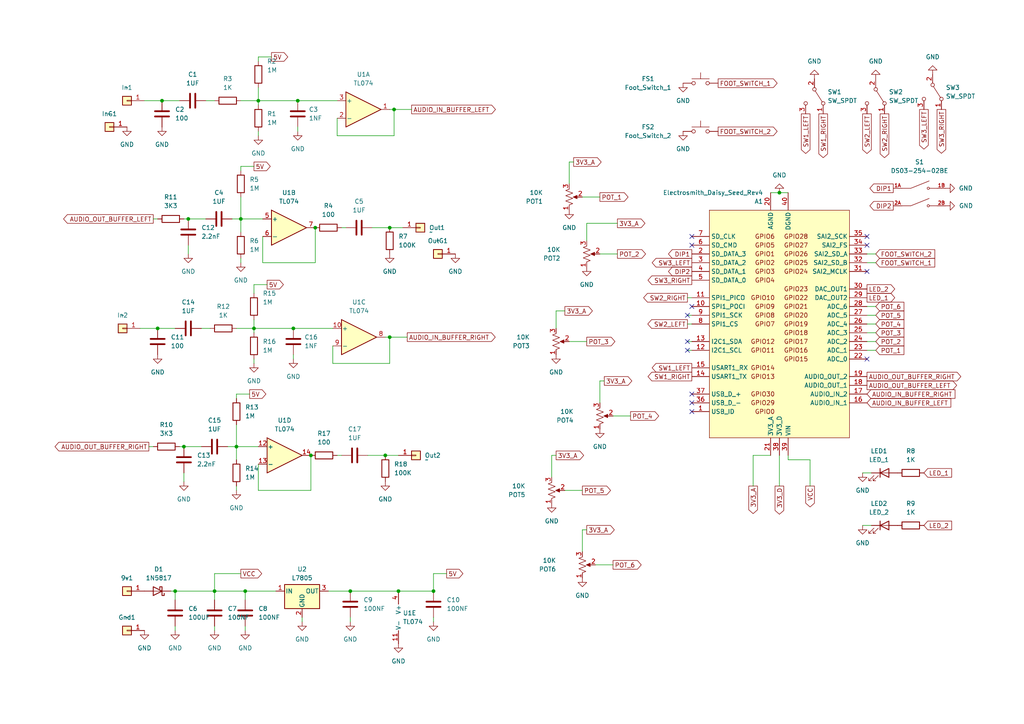
<source format=kicad_sch>
(kicad_sch (version 20230121) (generator eeschema)
  (paper "A4")
  (title_block (title "FunBox") (date "2024-04-30") (company "GuitarML") (comment 1 "9v power, buffered stereo in/out") (comment 2 "6 knobs, 3 - 3 way switches, 2 foot switches, 2 dip switches") (comment 3 "Stereo guitar pedal using the Daisy Seed."))
  (lib_symbols
    (symbol "Amplifier_Operational:TL074" (pin_names (offset 0.127))
      (property "Reference" "U" (at 0 5.08 0))
      (property "Value" "TL074" (at 0 -5.08 0))
      (symbol "TL074_1_1"
        (pin output line (at 7.62 0 180) (length 2.54) (name "~") (number "1"))
        (pin input line (at -7.62 -2.54 0) (length 2.54) (name "-") (number "2"))
        (pin input line (at -7.62 2.54 0) (length 2.54) (name "+") (number "3"))
      )
      (symbol "TL074_2_1"
        (pin input line (at -7.62 2.54 0) (length 2.54) (name "+") (number "5"))
        (pin input line (at -7.62 -2.54 0) (length 2.54) (name "-") (number "6"))
        (pin output line (at 7.62 0 180) (length 2.54) (name "~") (number "7"))
      )
      (symbol "TL074_3_1"
        (pin input line (at -7.62 2.54 0) (length 2.54) (name "+") (number "10"))
        (pin output line (at 7.62 0 180) (length 2.54) (name "~") (number "8"))
        (pin input line (at -7.62 -2.54 0) (length 2.54) (name "-") (number "9"))
      )
      (symbol "TL074_4_1"
        (pin input line (at -7.62 2.54 0) (length 2.54) (name "+") (number "12"))
        (pin input line (at -7.62 -2.54 0) (length 2.54) (name "-") (number "13"))
        (pin output line (at 7.62 0 180) (length 2.54) (name "~") (number "14"))
      )
      (symbol "TL074_5_1"
        (pin power_in line (at -2.54 -7.62 90) (length 3.81) (name "V-") (number "11"))
        (pin power_in line (at -2.54 7.62 270) (length 3.81) (name "V+") (number "4"))
      )
    )
    (symbol "Connector_Generic:Conn_01x01" (pin_names (offset 1.016) hide)
      (property "Reference" "J" (at 0 2.54 0))
      (property "Value" "Conn_01x01" (at 0 -2.54 0))
      (symbol "Conn_01x01_1_1"
        (pin passive line (at -5.08 0 0) (length 3.81) (name "Pin_1") (number "1"))
      )
    )
    (symbol "DS03-254-02BE:DS03-254-02BE" (pin_names (offset 1.016) hide)
      (property "Reference" "S" (at -2.54 5.08 0))
      (property "Value" "DS03-254-02BE" (at -2.54 -5.08 0))
      (symbol "DS03-254-02BE_0_0"
        (pin passive line (at -7.62 2.54 0) (length 2.54) (name "~") (number "1A"))
        (pin passive line (at 7.62 2.54 180) (length 2.54) (name "~") (number "1B"))
        (pin passive line (at -7.62 -2.54 0) (length 2.54) (name "~") (number "2A"))
        (pin passive line (at 7.62 -2.54 180) (length 2.54) (name "~") (number "2B"))
      )
    )
    (symbol "Device:C" (pin_numbers hide) (pin_names (offset 0.254))
      (property "Reference" "C" (at 0.635 2.54 0))
      (property "Value" "C" (at 0.635 -2.54 0))
      (symbol "C_1_1"
        (pin passive line (at 0 3.81 270) (length 2.794) (name "~") (number "1"))
        (pin passive line (at 0 -3.81 90) (length 2.794) (name "~") (number "2"))
      )
    )
    (symbol "Device:LED" (pin_numbers hide) (pin_names (offset 1.016) hide)
      (property "Reference" "D" (at 0 2.54 0))
      (property "Value" "LED" (at 0 -2.54 0))
      (symbol "LED_1_1"
        (pin passive line (at -3.81 0 0) (length 2.54) (name "K") (number "1"))
        (pin passive line (at 3.81 0 180) (length 2.54) (name "A") (number "2"))
      )
    )
    (symbol "Device:R" (pin_numbers hide) (pin_names (offset 0))
      (property "Reference" "R" (at 2.032 0 90))
      (property "Value" "R" (at 0 0 90))
      (symbol "R_1_1"
        (pin passive line (at 0 3.81 270) (length 1.27) (name "~") (number "1"))
        (pin passive line (at 0 -3.81 90) (length 1.27) (name "~") (number "2"))
      )
    )
    (symbol "Device:R_Potentiometer_US" (pin_names (offset 1.016) hide)
      (property "Reference" "RV" (at -4.445 0 90))
      (property "Value" "R_Potentiometer_US" (at -2.54 0 90))
      (symbol "R_Potentiometer_US_1_1"
        (pin passive line (at 0 3.81 270) (length 1.27) (name "1") (number "1"))
        (pin passive line (at 3.81 0 180) (length 1.27) (name "2") (number "2"))
        (pin passive line (at 0 -3.81 90) (length 1.27) (name "3") (number "3"))
      )
    )
    (symbol "Diode:1N5817" (pin_numbers hide) (pin_names (offset 1.016) hide)
      (property "Reference" "D" (at 0 2.54 0))
      (property "Value" "1N5817" (at 0 -2.54 0))
      (symbol "1N5817_1_1"
        (pin passive line (at -3.81 0 0) (length 2.54) (name "K") (number "1"))
        (pin passive line (at 3.81 0 180) (length 2.54) (name "A") (number "2"))
      )
    )
    (symbol "MCU_Module:Electrosmith_Daisy_Seed_Rev4"
      (property "Reference" "A" (at -20.32 34.29 0))
      (property "Value" "Electrosmith_Daisy_Seed_Rev4" (at 33.02 34.29 0))
      (symbol "Electrosmith_Daisy_Seed_Rev4_0_0"
        (text "GPIO0" (at 1.27 25.4 0) (effects (font (size 1.27 1.27)) (justify left)))
        (text "GPIO1" (at 1.27 -20.32 0) (effects (font (size 1.27 1.27)) (justify left)))
        (text "GPIO10" (at 1.27 -7.62 0) (effects (font (size 1.27 1.27)) (justify left)))
        (text "GPIO11" (at 1.27 7.62 0) (effects (font (size 1.27 1.27)) (justify left)))
        (text "GPIO12" (at 1.27 5.08 0) (effects (font (size 1.27 1.27)) (justify left)))
        (text "GPIO13" (at 1.27 15.24 0) (effects (font (size 1.27 1.27)) (justify left)))
        (text "GPIO14" (at 1.27 12.7 0) (effects (font (size 1.27 1.27)) (justify left)))
        (text "GPIO15" (at -1.27 10.16 0) (effects (font (size 1.27 1.27)) (justify right)))
        (text "GPIO16" (at -1.27 7.62 0) (effects (font (size 1.27 1.27)) (justify right)))
        (text "GPIO17" (at -1.27 5.08 0) (effects (font (size 1.27 1.27)) (justify right)))
        (text "GPIO18" (at -1.27 2.54 0) (effects (font (size 1.27 1.27)) (justify right)))
        (text "GPIO19" (at -1.27 0 0) (effects (font (size 1.27 1.27)) (justify right)))
        (text "GPIO2" (at 1.27 -17.78 0) (effects (font (size 1.27 1.27)) (justify left)))
        (text "GPIO20" (at -1.27 -2.54 0) (effects (font (size 1.27 1.27)) (justify right)))
        (text "GPIO21" (at -1.27 -5.08 0) (effects (font (size 1.27 1.27)) (justify right)))
        (text "GPIO22" (at -1.27 -7.62 0) (effects (font (size 1.27 1.27)) (justify right)))
        (text "GPIO23" (at -1.27 -10.16 0) (effects (font (size 1.27 1.27)) (justify right)))
        (text "GPIO24" (at -1.27 -15.24 0) (effects (font (size 1.27 1.27)) (justify right)))
        (text "GPIO25" (at -1.27 -17.78 0) (effects (font (size 1.27 1.27)) (justify right)))
        (text "GPIO26" (at -1.27 -20.32 0) (effects (font (size 1.27 1.27)) (justify right)))
        (text "GPIO27" (at -1.27 -22.86 0) (effects (font (size 1.27 1.27)) (justify right)))
        (text "GPIO28" (at -1.27 -25.4 0) (effects (font (size 1.27 1.27)) (justify right)))
        (text "GPIO29" (at 1.27 22.86 0) (effects (font (size 1.27 1.27)) (justify left)))
        (text "GPIO3" (at 1.27 -15.24 0) (effects (font (size 1.27 1.27)) (justify left)))
        (text "GPIO30" (at 1.27 20.32 0) (effects (font (size 1.27 1.27)) (justify left)))
        (text "GPIO4" (at 1.27 -12.7 0) (effects (font (size 1.27 1.27)) (justify left)))
        (text "GPIO5" (at 1.27 -22.86 0) (effects (font (size 1.27 1.27)) (justify left)))
        (text "GPIO6" (at 1.27 -25.4 0) (effects (font (size 1.27 1.27)) (justify left)))
        (text "GPIO7" (at 1.27 0 0) (effects (font (size 1.27 1.27)) (justify left)))
        (text "GPIO8" (at 1.27 -2.54 0) (effects (font (size 1.27 1.27)) (justify left)))
        (text "GPIO9" (at 1.27 -5.08 0) (effects (font (size 1.27 1.27)) (justify left)))
        (pin bidirectional line (at 25.4 25.4 180) (length 5.08) (name "USB_ID") (number "1"))
        (pin bidirectional line (at 25.4 -5.08 180) (length 5.08) (name "SPI1_POCI") (number "10"))
        (pin bidirectional line (at 25.4 -7.62 180) (length 5.08) (name "SPI1_PICO") (number "11"))
        (pin bidirectional line (at 25.4 7.62 180) (length 5.08) (name "I2C1_SCL") (number "12"))
        (pin bidirectional line (at 25.4 5.08 180) (length 5.08) (name "I2C1_SDA") (number "13"))
        (pin bidirectional line (at 25.4 15.24 180) (length 5.08) (name "USART1_TX") (number "14"))
        (pin bidirectional line (at 25.4 12.7 180) (length 5.08) (name "USART1_RX") (number "15"))
        (pin input line (at -25.4 22.86 0) (length 5.08) (name "AUDIO_IN_1") (number "16"))
        (pin input line (at -25.4 20.32 0) (length 5.08) (name "AUDIO_IN_2") (number "17"))
        (pin output line (at -25.4 17.78 0) (length 5.08) (name "AUDIO_OUT_1") (number "18"))
        (pin output line (at -25.4 15.24 0) (length 5.08) (name "AUDIO_OUT_2") (number "19"))
        (pin bidirectional line (at 25.4 -20.32 180) (length 5.08) (name "SD_DATA_3") (number "2"))
        (pin power_in line (at 2.54 -38.1 90) (length 5.08) (name "AGND") (number "20"))
        (pin power_out line (at 2.54 38.1 270) (length 5.08) (name "3V3_A") (number "21"))
        (pin bidirectional line (at -25.4 10.16 0) (length 5.08) (name "ADC_0") (number "22"))
        (pin bidirectional line (at -25.4 7.62 0) (length 5.08) (name "ADC_1") (number "23"))
        (pin bidirectional line (at -25.4 5.08 0) (length 5.08) (name "ADC_2") (number "24"))
        (pin bidirectional line (at -25.4 2.54 0) (length 5.08) (name "ADC_3") (number "25"))
        (pin bidirectional line (at -25.4 0 0) (length 5.08) (name "ADC_4") (number "26"))
        (pin bidirectional line (at -25.4 -2.54 0) (length 5.08) (name "ADC_5") (number "27"))
        (pin bidirectional line (at -25.4 -5.08 0) (length 5.08) (name "ADC_6") (number "28"))
        (pin bidirectional line (at -25.4 -7.62 0) (length 5.08) (name "DAC_OUT2") (number "29"))
        (pin bidirectional line (at 25.4 -17.78 180) (length 5.08) (name "SD_DATA_2") (number "3"))
        (pin bidirectional line (at -25.4 -10.16 0) (length 5.08) (name "DAC_OUT1") (number "30"))
        (pin bidirectional line (at -25.4 -15.24 0) (length 5.08) (name "SAI2_MCLK") (number "31"))
        (pin bidirectional line (at -25.4 -17.78 0) (length 5.08) (name "SAI2_SD_B") (number "32"))
        (pin bidirectional line (at -25.4 -20.32 0) (length 5.08) (name "SAI2_SD_A") (number "33"))
        (pin bidirectional line (at -25.4 -22.86 0) (length 5.08) (name "SAI2_FS") (number "34"))
        (pin bidirectional line (at -25.4 -25.4 0) (length 5.08) (name "SAI2_SCK") (number "35"))
        (pin bidirectional line (at 25.4 22.86 180) (length 5.08) (name "USB_D_-") (number "36"))
        (pin bidirectional line (at 25.4 20.32 180) (length 5.08) (name "USB_D_+") (number "37"))
        (pin power_out line (at 0 38.1 270) (length 5.08) (name "3V3_D") (number "38"))
        (pin power_in line (at -2.54 38.1 270) (length 5.08) (name "VIN") (number "39"))
        (pin bidirectional line (at 25.4 -15.24 180) (length 5.08) (name "SD_DATA_1") (number "4"))
        (pin power_in line (at -2.54 -38.1 90) (length 5.08) (name "DGND") (number "40"))
        (pin bidirectional line (at 25.4 -12.7 180) (length 5.08) (name "SD_DATA_0") (number "5"))
        (pin bidirectional line (at 25.4 -22.86 180) (length 5.08) (name "SD_CMD") (number "6"))
        (pin bidirectional line (at 25.4 -25.4 180) (length 5.08) (name "SD_CLK") (number "7"))
        (pin bidirectional line (at 25.4 0 180) (length 5.08) (name "SPI1_CS") (number "8"))
        (pin bidirectional line (at 25.4 -2.54 180) (length 5.08) (name "SPI1_SCK") (number "9"))
      )
    )
    (symbol "Regulator_Linear:L7805" (pin_names (offset 0.254))
      (property "Reference" "U" (at -3.81 3.175 0))
      (property "Value" "L7805" (at 0 3.175 0))
      (symbol "L7805_1_1"
        (pin power_in line (at -7.62 0 0) (length 2.54) (name "IN") (number "1"))
        (pin power_in line (at 0 -7.62 90) (length 2.54) (name "GND") (number "2"))
        (pin power_out line (at 7.62 0 180) (length 2.54) (name "OUT") (number "3"))
      )
    )
    (symbol "Switch:SW_Push" (pin_numbers hide) (pin_names (offset 1.016) hide)
      (property "Reference" "SW" (at 1.27 2.54 0))
      (property "Value" "SW_Push" (at 0 -1.524 0))
      (symbol "SW_Push_0_1"
        (pin passive line (at -5.08 0 0) (length 2.54) (name "1") (number "1"))
        (pin passive line (at 5.08 0 180) (length 2.54) (name "2") (number "2"))
      )
    )
    (symbol "Switch:SW_SPDT" (pin_names (offset 0) hide)
      (property "Reference" "SW" (at 0 4.318 0))
      (property "Value" "SW_SPDT" (at 0 -5.08 0))
      (symbol "SW_SPDT_1_1"
        (pin passive line (at 5.08 2.54 180) (length 2.54) (name "A") (number "1"))
        (pin passive line (at -5.08 0 0) (length 2.54) (name "B") (number "2"))
        (pin passive line (at 5.08 -2.54 180) (length 2.54) (name "C") (number "3"))
      )
    )
    (symbol "power:GND" (power) (pin_names (offset 0))
      (property "Value" "GND" (at 0 -3.81 0))
      (symbol "GND_1_1"
        (pin power_in line (at 0 0 270) (length 0) hide (name "GND") (number "1"))
      )
    )
  )
  (junction (at 101.6 171.45))
  (junction (at 68.58 129.54))
  (junction (at 86.36 29.21))
  (junction (at 226.06 55.88))
  (junction (at 85.09 95.25))
  (junction (at 73.66 95.25))
  (junction (at 50.8 171.45))
  (junction (at 115.57 171.45))
  (junction (at 114.3 31.75))
  (junction (at 69.85 63.5))
  (junction (at 113.03 66.04))
  (junction (at 111.76 132.08))
  (junction (at 46.99 29.21))
  (junction (at 90.17 132.08))
  (junction (at 62.23 171.45))
  (junction (at 74.93 29.21))
  (junction (at 53.34 129.54))
  (junction (at 45.72 95.25))
  (junction (at 91.44 66.04))
  (junction (at 71.12 171.45))
  (junction (at 125.73 171.45))
  (junction (at 113.03 97.79))
  (junction (at 54.61 63.5))
  (no_connect (at 200.66 119.38))
  (no_connect (at 251.46 104.14))
  (no_connect (at 251.46 78.74))
  (no_connect (at 199.39 101.6))
  (no_connect (at 251.46 71.12))
  (no_connect (at 200.66 116.84))
  (no_connect (at 199.39 99.06))
  (no_connect (at 200.66 68.58))
  (no_connect (at 200.66 114.3))
  (no_connect (at 251.46 68.58))
  (no_connect (at 200.66 71.12))
  (no_connect (at 199.39 91.44))
  (no_connect (at 200.66 88.9))
  (wire (pts (xy 85.09 95.25) (xy 96.52 95.25)))
  (wire (pts (xy 114.3 31.75) (xy 119.38 31.75)))
  (wire (pts (xy 52.07 129.54) (xy 53.34 129.54)))
  (wire (pts (xy 95.25 171.45) (xy 101.6 171.45)))
  (wire (pts (xy 111.76 132.08) (xy 115.57 132.08)))
  (wire (pts (xy 86.36 36.83) (xy 86.36 38.1)))
  (wire (pts (xy 68.58 129.54) (xy 74.93 129.54)))
  (wire (pts (xy 113.03 97.79) (xy 118.11 97.79)))
  (wire (pts (xy 69.85 63.5) (xy 76.2 63.5)))
  (wire (pts (xy 175.26 110.49) (xy 173.99 110.49)))
  (wire (pts (xy 62.23 171.45) (xy 62.23 173.99)))
  (wire (pts (xy 74.93 142.24) (xy 90.17 142.24)))
  (wire (pts (xy 50.8 171.45) (xy 62.23 171.45)))
  (wire (pts (xy 254 101.6) (xy 251.46 101.6)))
  (wire (pts (xy 62.23 171.45) (xy 71.12 171.45)))
  (wire (pts (xy 85.09 102.87) (xy 85.09 104.14)))
  (wire (pts (xy 218.44 132.08) (xy 223.52 132.08)))
  (wire (pts (xy 53.34 137.16) (xy 53.34 139.7)))
  (wire (pts (xy 101.6 171.45) (xy 115.57 171.45)))
  (wire (pts (xy 199.39 101.6) (xy 200.66 101.6)))
  (wire (pts (xy 168.91 153.67) (xy 168.91 160.02)))
  (wire (pts (xy 66.04 129.54) (xy 68.58 129.54)))
  (wire (pts (xy 69.85 74.93) (xy 69.85 76.2)))
  (wire (pts (xy 62.23 181.61) (xy 62.23 182.88)))
  (wire (pts (xy 74.93 29.21) (xy 86.36 29.21)))
  (wire (pts (xy 179.07 64.77) (xy 170.18 64.77)))
  (wire (pts (xy 101.6 179.07) (xy 101.6 180.34)))
  (wire (pts (xy 45.72 95.25) (xy 50.8 95.25)))
  (wire (pts (xy 96.52 105.41) (xy 113.03 105.41)))
  (wire (pts (xy 168.91 57.15) (xy 173.99 57.15)))
  (wire (pts (xy 228.6 132.08) (xy 228.6 133.35)))
  (wire (pts (xy 163.83 90.17) (xy 161.29 90.17)))
  (wire (pts (xy 165.1 46.99) (xy 166.37 46.99)))
  (wire (pts (xy 74.93 16.51) (xy 74.93 17.78)))
  (wire (pts (xy 218.44 140.97) (xy 218.44 132.08)))
  (wire (pts (xy 40.64 95.25) (xy 45.72 95.25)))
  (wire (pts (xy 73.66 104.14) (xy 73.66 105.41)))
  (wire (pts (xy 74.93 38.1) (xy 74.93 39.37)))
  (wire (pts (xy 73.66 82.55) (xy 77.47 82.55)))
  (wire (pts (xy 69.85 57.15) (xy 69.85 63.5)))
  (wire (pts (xy 68.58 114.3) (xy 68.58 115.57)))
  (wire (pts (xy 74.93 25.4) (xy 74.93 29.21)))
  (wire (pts (xy 76.2 76.2) (xy 91.44 76.2)))
  (wire (pts (xy 172.72 163.83) (xy 177.8 163.83)))
  (wire (pts (xy 86.36 29.21) (xy 97.79 29.21)))
  (wire (pts (xy 76.2 68.58) (xy 76.2 76.2)))
  (wire (pts (xy 58.42 95.25) (xy 60.96 95.25)))
  (wire (pts (xy 71.12 171.45) (xy 80.01 171.45)))
  (wire (pts (xy 62.23 166.37) (xy 69.85 166.37)))
  (wire (pts (xy 199.39 99.06) (xy 200.66 99.06)))
  (wire (pts (xy 68.58 123.19) (xy 68.58 129.54)))
  (wire (pts (xy 54.61 63.5) (xy 59.69 63.5)))
  (wire (pts (xy 199.39 93.98) (xy 200.66 93.98)))
  (wire (pts (xy 114.3 39.37) (xy 114.3 31.75)))
  (wire (pts (xy 170.18 153.67) (xy 168.91 153.67)))
  (wire (pts (xy 59.69 29.21) (xy 62.23 29.21)))
  (wire (pts (xy 90.17 132.08) (xy 90.17 142.24)))
  (wire (pts (xy 165.1 46.99) (xy 165.1 53.34)))
  (wire (pts (xy 46.99 29.21) (xy 52.07 29.21)))
  (wire (pts (xy 234.95 133.35) (xy 234.95 140.97)))
  (wire (pts (xy 73.66 95.25) (xy 73.66 96.52)))
  (wire (pts (xy 125.73 166.37) (xy 125.73 171.45)))
  (wire (pts (xy 228.6 133.35) (xy 234.95 133.35)))
  (wire (pts (xy 69.85 29.21) (xy 74.93 29.21)))
  (wire (pts (xy 74.93 16.51) (xy 78.74 16.51)))
  (wire (pts (xy 68.58 95.25) (xy 73.66 95.25)))
  (wire (pts (xy 113.03 31.75) (xy 114.3 31.75)))
  (wire (pts (xy 53.34 129.54) (xy 58.42 129.54)))
  (wire (pts (xy 41.91 29.21) (xy 46.99 29.21)))
  (wire (pts (xy 177.8 120.65) (xy 182.88 120.65)))
  (wire (pts (xy 97.79 132.08) (xy 99.06 132.08)))
  (wire (pts (xy 251.46 91.44) (xy 254 91.44)))
  (wire (pts (xy 97.79 34.29) (xy 97.79 39.37)))
  (wire (pts (xy 97.79 39.37) (xy 114.3 39.37)))
  (wire (pts (xy 71.12 181.61) (xy 71.12 182.88)))
  (wire (pts (xy 43.18 129.54) (xy 44.45 129.54)))
  (wire (pts (xy 161.29 90.17) (xy 161.29 95.25)))
  (wire (pts (xy 160.02 132.08) (xy 160.02 138.43)))
  (wire (pts (xy 67.31 63.5) (xy 69.85 63.5)))
  (wire (pts (xy 71.12 171.45) (xy 71.12 173.99)))
  (wire (pts (xy 73.66 82.55) (xy 73.66 85.09)))
  (wire (pts (xy 250.19 152.4) (xy 252.73 152.4)))
  (wire (pts (xy 50.8 181.61) (xy 50.8 182.88)))
  (wire (pts (xy 74.93 29.21) (xy 74.93 30.48)))
  (wire (pts (xy 161.29 132.08) (xy 160.02 132.08)))
  (wire (pts (xy 73.66 92.71) (xy 73.66 95.25)))
  (wire (pts (xy 44.45 63.5) (xy 45.72 63.5)))
  (wire (pts (xy 170.18 64.77) (xy 170.18 69.85)))
  (wire (pts (xy 199.39 86.36) (xy 200.66 86.36)))
  (wire (pts (xy 50.8 171.45) (xy 50.8 173.99)))
  (wire (pts (xy 111.76 97.79) (xy 113.03 97.79)))
  (wire (pts (xy 199.39 91.44) (xy 200.66 91.44)))
  (wire (pts (xy 106.68 132.08) (xy 111.76 132.08)))
  (wire (pts (xy 251.46 73.66) (xy 254 73.66)))
  (wire (pts (xy 54.61 71.12) (xy 54.61 73.66)))
  (wire (pts (xy 69.85 63.5) (xy 69.85 67.31)))
  (wire (pts (xy 125.73 179.07) (xy 125.73 180.34)))
  (wire (pts (xy 251.46 93.98) (xy 254 93.98)))
  (wire (pts (xy 68.58 114.3) (xy 72.39 114.3)))
  (wire (pts (xy 251.46 88.9) (xy 254 88.9)))
  (wire (pts (xy 113.03 105.41) (xy 113.03 97.79)))
  (wire (pts (xy 226.06 55.88) (xy 223.52 55.88)))
  (wire (pts (xy 87.63 179.07) (xy 87.63 180.34)))
  (wire (pts (xy 91.44 66.04) (xy 91.44 76.2)))
  (wire (pts (xy 129.54 166.37) (xy 125.73 166.37)))
  (wire (pts (xy 73.66 95.25) (xy 85.09 95.25)))
  (wire (pts (xy 250.19 137.16) (xy 252.73 137.16)))
  (wire (pts (xy 62.23 166.37) (xy 62.23 171.45)))
  (wire (pts (xy 251.46 76.2) (xy 254 76.2)))
  (wire (pts (xy 115.57 171.45) (xy 125.73 171.45)))
  (wire (pts (xy 254 96.52) (xy 251.46 96.52)))
  (wire (pts (xy 68.58 140.97) (xy 68.58 142.24)))
  (wire (pts (xy 113.03 66.04) (xy 116.84 66.04)))
  (wire (pts (xy 53.34 63.5) (xy 54.61 63.5)))
  (wire (pts (xy 173.99 110.49) (xy 173.99 116.84)))
  (wire (pts (xy 228.6 55.88) (xy 226.06 55.88)))
  (wire (pts (xy 163.83 142.24) (xy 168.91 142.24)))
  (wire (pts (xy 173.99 73.66) (xy 179.07 73.66)))
  (wire (pts (xy 99.06 66.04) (xy 100.33 66.04)))
  (wire (pts (xy 226.06 132.08) (xy 226.06 140.97)))
  (wire (pts (xy 254 99.06) (xy 251.46 99.06)))
  (wire (pts (xy 74.93 134.62) (xy 74.93 142.24)))
  (wire (pts (xy 49.53 171.45) (xy 50.8 171.45)))
  (wire (pts (xy 68.58 129.54) (xy 68.58 133.35)))
  (wire (pts (xy 107.95 66.04) (xy 113.03 66.04)))
  (wire (pts (xy 69.85 48.26) (xy 69.85 49.53)))
  (wire (pts (xy 165.1 99.06) (xy 170.18 99.06)))
  (wire (pts (xy 69.85 48.26) (xy 73.66 48.26)))
  (wire (pts (xy 96.52 100.33) (xy 96.52 105.41)))
  (global_label "FOOT_SWITCH_1" (shape input) (at 254 76.2 0) (property "Intersheetrefs" "${INTERSHEET_REFS}" (effects hide)))
  (global_label "AUDIO_IN_BUFFER_LEFT" (shape input) (at 251.46 116.84 0) (property "Intersheetrefs" "${INTERSHEET_REFS}" (effects hide)))
  (global_label "POT_1" (shape output) (at 173.99 57.15 0) (property "Intersheetrefs" "${INTERSHEET_REFS}" (effects hide)))
  (global_label "5V" (shape output) (at 72.39 114.3 0) (property "Intersheetrefs" "${INTERSHEET_REFS}" (effects hide)))
  (global_label "POT_1" (shape input) (at 254 101.6 0) (property "Intersheetrefs" "${INTERSHEET_REFS}" (effects hide)))
  (global_label "3V3_A" (shape output) (at 163.83 90.17 0) (property "Intersheetrefs" "${INTERSHEET_REFS}" (effects hide)))
  (global_label "3V3_A" (shape output) (at 161.29 132.08 0) (property "Intersheetrefs" "${INTERSHEET_REFS}" (effects hide)))
  (global_label "POT_3" (shape output) (at 170.18 99.06 0) (property "Intersheetrefs" "${INTERSHEET_REFS}" (effects hide)))
  (global_label "LED_1" (shape output) (at 251.46 86.36 0) (property "Intersheetrefs" "${INTERSHEET_REFS}" (effects hide)))
  (global_label "VCC" (shape output) (at 234.95 140.97 270) (property "Intersheetrefs" "${INTERSHEET_REFS}" (effects hide)))
  (global_label "SW2_LEFT" (shape output) (at 199.39 93.98 180) (property "Intersheetrefs" "${INTERSHEET_REFS}" (effects hide)))
  (global_label "5V" (shape output) (at 73.66 48.26 0) (property "Intersheetrefs" "${INTERSHEET_REFS}" (effects hide)))
  (global_label "SW1_RIGHT" (shape output) (at 238.76 33.02 270) (property "Intersheetrefs" "${INTERSHEET_REFS}" (effects hide)))
  (global_label "SW3_RIGHT" (shape output) (at 273.05 31.75 270) (property "Intersheetrefs" "${INTERSHEET_REFS}" (effects hide)))
  (global_label "AUDIO_OUT_BUFFER_LEFT" (shape output) (at 44.45 63.5 180) (property "Intersheetrefs" "${INTERSHEET_REFS}" (effects hide)))
  (global_label "SW2_RIGHT" (shape output) (at 199.39 86.36 180) (property "Intersheetrefs" "${INTERSHEET_REFS}" (effects hide)))
  (global_label "POT_3" (shape input) (at 254 96.52 0) (property "Intersheetrefs" "${INTERSHEET_REFS}" (effects hide)))
  (global_label "3V3_A" (shape output) (at 218.44 140.97 270) (property "Intersheetrefs" "${INTERSHEET_REFS}" (effects hide)))
  (global_label "POT_4" (shape output) (at 182.88 120.65 0) (property "Intersheetrefs" "${INTERSHEET_REFS}" (effects hide)))
  (global_label "AUDIO_OUT_BUFFER_RIGHT" (shape output) (at 43.18 129.54 180) (property "Intersheetrefs" "${INTERSHEET_REFS}" (effects hide)))
  (global_label "AUDIO_IN_BUFFER_LEFT" (shape output) (at 119.38 31.75 0) (property "Intersheetrefs" "${INTERSHEET_REFS}" (effects hide)))
  (global_label "POT_5" (shape output) (at 168.91 142.24 0) (property "Intersheetrefs" "${INTERSHEET_REFS}" (effects hide)))
  (global_label "LED_2" (shape output) (at 251.46 83.82 0) (property "Intersheetrefs" "${INTERSHEET_REFS}" (effects hide)))
  (global_label "DIP1" (shape output) (at 259.08 54.61 180) (property "Intersheetrefs" "${INTERSHEET_REFS}" (effects hide)))
  (global_label "LED_1" (shape input) (at 267.97 137.16 0) (property "Intersheetrefs" "${INTERSHEET_REFS}" (effects hide)))
  (global_label "3V3_A" (shape output) (at 166.37 46.99 0) (property "Intersheetrefs" "${INTERSHEET_REFS}" (effects hide)))
  (global_label "POT_6" (shape input) (at 254 88.9 0) (property "Intersheetrefs" "${INTERSHEET_REFS}" (effects hide)))
  (global_label "3V3_D" (shape output) (at 226.06 140.97 270) (property "Intersheetrefs" "${INTERSHEET_REFS}" (effects hide)))
  (global_label "SW2_RIGHT" (shape output) (at 256.54 33.02 270) (property "Intersheetrefs" "${INTERSHEET_REFS}" (effects hide)))
  (global_label "FOOT_SWITCH_1" (shape output) (at 208.28 24.13 0) (property "Intersheetrefs" "${INTERSHEET_REFS}" (effects hide)))
  (global_label "3V3_A" (shape output) (at 179.07 64.77 0) (property "Intersheetrefs" "${INTERSHEET_REFS}" (effects hide)))
  (global_label "SW1_LEFT" (shape output) (at 233.68 33.02 270) (property "Intersheetrefs" "${INTERSHEET_REFS}" (effects hide)))
  (global_label "AUDIO_IN_BUFFER_RIGHT" (shape output) (at 118.11 97.79 0) (property "Intersheetrefs" "${INTERSHEET_REFS}" (effects hide)))
  (global_label "LED_2" (shape input) (at 267.97 152.4 0) (property "Intersheetrefs" "${INTERSHEET_REFS}" (effects hide)))
  (global_label "SW3_LEFT" (shape output) (at 200.66 76.2 180) (property "Intersheetrefs" "${INTERSHEET_REFS}" (effects hide)))
  (global_label "3V3_A" (shape output) (at 170.18 153.67 0) (property "Intersheetrefs" "${INTERSHEET_REFS}" (effects hide)))
  (global_label "AUDIO_OUT_BUFFER_RIGHT" (shape output) (at 251.46 109.22 0) (property "Intersheetrefs" "${INTERSHEET_REFS}" (effects hide)))
  (global_label "SW1_RIGHT" (shape output) (at 200.66 109.22 180) (property "Intersheetrefs" "${INTERSHEET_REFS}" (effects hide)))
  (global_label "DIP2" (shape output) (at 259.08 59.69 180) (property "Intersheetrefs" "${INTERSHEET_REFS}" (effects hide)))
  (global_label "SW3_RIGHT" (shape output) (at 200.66 81.28 180) (property "Intersheetrefs" "${INTERSHEET_REFS}" (effects hide)))
  (global_label "SW1_LEFT" (shape output) (at 200.66 106.68 180) (property "Intersheetrefs" "${INTERSHEET_REFS}" (effects hide)))
  (global_label "DIP1" (shape output) (at 200.66 73.66 180) (property "Intersheetrefs" "${INTERSHEET_REFS}" (effects hide)))
  (global_label "VCC" (shape output) (at 69.85 166.37 0) (property "Intersheetrefs" "${INTERSHEET_REFS}" (effects hide)))
  (global_label "5V" (shape output) (at 129.54 166.37 0) (property "Intersheetrefs" "${INTERSHEET_REFS}" (effects hide)))
  (global_label "SW3_LEFT" (shape output) (at 267.97 31.75 270) (property "Intersheetrefs" "${INTERSHEET_REFS}" (effects hide)))
  (global_label "FOOT_SWITCH_2" (shape output) (at 208.28 38.1 0) (property "Intersheetrefs" "${INTERSHEET_REFS}" (effects hide)))
  (global_label "FOOT_SWITCH_2" (shape input) (at 254 73.66 0) (property "Intersheetrefs" "${INTERSHEET_REFS}" (effects hide)))
  (global_label "5V" (shape output) (at 77.47 82.55 0) (property "Intersheetrefs" "${INTERSHEET_REFS}" (effects hide)))
  (global_label "POT_2" (shape input) (at 254 99.06 0) (property "Intersheetrefs" "${INTERSHEET_REFS}" (effects hide)))
  (global_label "POT_5" (shape input) (at 254 91.44 0) (property "Intersheetrefs" "${INTERSHEET_REFS}" (effects hide)))
  (global_label "POT_6" (shape output) (at 177.8 163.83 0) (property "Intersheetrefs" "${INTERSHEET_REFS}" (effects hide)))
  (global_label "POT_2" (shape output) (at 179.07 73.66 0) (property "Intersheetrefs" "${INTERSHEET_REFS}" (effects hide)))
  (global_label "POT_4" (shape input) (at 254 93.98 0) (property "Intersheetrefs" "${INTERSHEET_REFS}" (effects hide)))
  (global_label "3V3_A" (shape output) (at 175.26 110.49 0) (property "Intersheetrefs" "${INTERSHEET_REFS}" (effects hide)))
  (global_label "DIP2" (shape output) (at 200.66 78.74 180) (property "Intersheetrefs" "${INTERSHEET_REFS}" (effects hide)))
  (global_label "AUDIO_OUT_BUFFER_LEFT" (shape output) (at 251.46 111.76 0) (property "Intersheetrefs" "${INTERSHEET_REFS}" (effects hide)))
  (global_label "5V" (shape output) (at 78.74 16.51 0) (property "Intersheetrefs" "${INTERSHEET_REFS}" (effects hide)))
  (global_label "AUDIO_IN_BUFFER_RIGHT" (shape input) (at 251.46 114.3 0) (property "Intersheetrefs" "${INTERSHEET_REFS}" (effects hide)))
  (global_label "SW2_LEFT" (shape output) (at 251.46 33.02 270) (property "Intersheetrefs" "${INTERSHEET_REFS}" (effects hide)))
  (symbol (lib_id "Regulator_Linear:L7805") (at 87.63 171.45 0) (unit 1)
    (property "Reference" "U2" (at 87.63 165.1 0))
    (property "Value" "L7805" (at 87.63 167.64 0))
    (property "Footprint" "Package_TO_SOT_THT:TO-220-3_Vertical" (effects hide))
    (property "Datasheet" "http://www.st.com/content/ccc/resource/technical/document/datasheet/41/4f/b3/b0/12/d4/47/88/CD00000444.pdf/files/CD00000444.pdf/jcr:content/translations/en.CD00000444.pdf" (effects hide))
  )
  (symbol (lib_id "power:GND") (at 165.1 60.96 0) (mirror y) (unit 1)
    (property "Reference" "#PWR022" (effects hide))
    (property "Value" "GND" (at 165.1 66.04 0))
  )
  (symbol (lib_id "Device:R") (at 68.58 119.38 0) (unit 1)
    (property "Reference" "R13" (at 71.12 118.1099 0) (effects (justify left)))
    (property "Value" "1M" (at 71.12 120.6499 0) (effects (justify left)))
    (property "Footprint" "Resistor_THT:R_Axial_DIN0207_L6.3mm_D2.5mm_P7.62mm_Horizontal" (effects hide))
  )
  (symbol (lib_id "Device:R") (at 68.58 137.16 0) (unit 1)
    (property "Reference" "R14" (at 71.12 135.8899 0) (effects (justify left)))
    (property "Value" "1M" (at 71.12 138.4299 0) (effects (justify left)))
    (property "Footprint" "Resistor_THT:R_Axial_DIN0207_L6.3mm_D2.5mm_P7.62mm_Horizontal" (effects hide))
  )
  (symbol (lib_id "Amplifier_Operational:TL074") (at 82.55 132.08 0) (unit 4)
    (property "Reference" "U1" (at 82.55 121.92 0))
    (property "Value" "TL074" (at 82.55 124.46 0))
    (property "Footprint" "Package_DIP:DIP-14_W7.62mm" (effects hide))
    (property "Datasheet" "http://www.ti.com/lit/ds/symlink/tl071.pdf" (effects hide))
  )
  (symbol (lib_id "power:GND") (at 198.12 38.1 0) (unit 1)
    (property "Reference" "#PWR036" (effects hide))
    (property "Value" "GND" (at 198.12 43.18 0))
  )
  (symbol (lib_id "power:GND") (at 173.99 124.46 0) (mirror y) (unit 1)
    (property "Reference" "#PWR028" (effects hide))
    (property "Value" "GND" (at 173.99 129.54 0))
  )
  (symbol (lib_id "Connector_Generic:Conn_01x01") (at 36.83 29.21 180) (unit 1)
    (property "Reference" "In1" (at 36.83 25.4 0))
    (property "Value" "~" (at 36.83 25.4 0))
    (property "Footprint" "TestPoint:TestPoint_THTPad_D2.0mm_Drill1.0mm" (effects hide))
  )
  (symbol (lib_id "Device:R") (at 48.26 129.54 90) (unit 1)
    (property "Reference" "R10" (at 48.26 123.19 90))
    (property "Value" "3K3" (at 48.26 125.73 90))
    (property "Footprint" "Resistor_THT:R_Axial_DIN0207_L6.3mm_D2.5mm_P7.62mm_Horizontal" (effects hide))
  )
  (symbol (lib_id "power:GND") (at 250.19 152.4 0) (unit 1)
    (property "Reference" "#PWR034" (effects hide))
    (property "Value" "GND" (at 250.19 157.48 0))
  )
  (symbol (lib_id "Connector_Generic:Conn_01x01") (at 127 73.66 180) (unit 1)
    (property "Reference" "OutG1" (at 127 69.85 0))
    (property "Value" "~" (at 127 69.85 0))
    (property "Footprint" "TestPoint:TestPoint_THTPad_D2.0mm_Drill1.0mm" (effects hide))
  )
  (symbol (lib_id "power:GND") (at 198.12 24.13 0) (unit 1)
    (property "Reference" "#PWR035" (effects hide))
    (property "Value" "GND" (at 198.12 29.21 0))
  )
  (symbol (lib_id "Device:C") (at 71.12 177.8 180) (unit 1)
    (property "Reference" "C8" (at 74.93 176.53 0) (effects (justify right)))
    (property "Value" "100NF" (at 74.93 179.07 0) (effects (justify right)))
    (property "Footprint" "Capacitor_THT:C_Rect_L7.0mm_W2.5mm_P5.00mm" (effects hide))
  )
  (symbol (lib_id "power:GND") (at 254 22.86 0) (mirror x) (unit 1)
    (property "Reference" "#PWR02" (effects hide))
    (property "Value" "GND" (at 254 17.78 0))
  )
  (symbol (lib_id "Diode:1N5817") (at 45.72 171.45 180) (unit 1)
    (property "Reference" "D1" (at 46.0375 165.1 0))
    (property "Value" "1N5817" (at 46.0375 167.64 0))
    (property "Footprint" "Diode_THT:D_DO-41_SOD81_P7.62mm_Horizontal" (effects hide))
    (property "Datasheet" "http://www.vishay.com/docs/88525/1n5817.pdf" (effects hide))
  )
  (symbol (lib_id "power:GND") (at 87.63 180.34 0) (unit 1)
    (property "Reference" "#PWR017" (effects hide))
    (property "Value" "GND" (at 87.63 185.42 0))
  )
  (symbol (lib_id "Device:R") (at 93.98 132.08 90) (unit 1)
    (property "Reference" "R17" (at 93.98 125.73 90))
    (property "Value" "100" (at 93.98 128.27 90))
    (property "Footprint" "Resistor_THT:R_Axial_DIN0207_L6.3mm_D2.5mm_P7.62mm_Horizontal" (effects hide))
  )
  (symbol (lib_id "Device:C") (at 104.14 66.04 270) (unit 1)
    (property "Reference" "C5" (at 104.14 58.42 90))
    (property "Value" "1UF" (at 104.14 60.96 90))
    (property "Footprint" "Capacitor_THT:C_Rect_L7.0mm_W6.0mm_P5.00mm" (effects hide))
  )
  (symbol (lib_id "power:GND") (at 170.18 77.47 0) (mirror y) (unit 1)
    (property "Reference" "#PWR024" (effects hide))
    (property "Value" "GND" (at 170.18 82.55 0))
  )
  (symbol (lib_id "power:GND") (at 69.85 76.2 0) (unit 1)
    (property "Reference" "#PWR08" (effects hide))
    (property "Value" "GND" (at 69.85 81.28 0))
  )
  (symbol (lib_id "power:GND") (at 115.57 186.69 0) (unit 1)
    (property "Reference" "#PWR020" (effects hide))
    (property "Value" "GND" (at 115.57 191.77 0))
  )
  (symbol (lib_id "Device:R") (at 69.85 71.12 0) (unit 1)
    (property "Reference" "R6" (at 72.39 69.8499 0) (effects (justify left)))
    (property "Value" "1M" (at 72.39 72.3899 0) (effects (justify left)))
    (property "Footprint" "Resistor_THT:R_Axial_DIN0207_L6.3mm_D2.5mm_P7.62mm_Horizontal" (effects hide))
  )
  (symbol (lib_id "Connector_Generic:Conn_01x01") (at 31.75 36.83 180) (unit 1)
    (property "Reference" "InG1" (at 31.75 33.02 0))
    (property "Value" "~" (at 31.75 33.02 0))
    (property "Footprint" "TestPoint:TestPoint_THTPad_D2.0mm_Drill1.0mm" (effects hide))
  )
  (symbol (lib_id "power:GND") (at 54.61 73.66 0) (unit 1)
    (property "Reference" "#PWR09" (effects hide))
    (property "Value" "GND" (at 54.61 78.74 0))
  )
  (symbol (lib_id "Device:R") (at 74.93 34.29 0) (unit 1)
    (property "Reference" "R1" (at 77.47 33.0199 0) (effects (justify left)))
    (property "Value" "1M" (at 77.47 35.5599 0) (effects (justify left)))
    (property "Footprint" "Resistor_THT:R_Axial_DIN0207_L6.3mm_D2.5mm_P7.62mm_Horizontal" (effects hide))
  )
  (symbol (lib_id "power:GND") (at 68.58 142.24 0) (unit 1)
    (property "Reference" "#PWR027" (effects hide))
    (property "Value" "GND" (at 68.58 147.32 0))
  )
  (symbol (lib_id "Device:C") (at 85.09 99.06 180) (unit 1)
    (property "Reference" "C16" (at 88.2984 97.79 0) (effects (justify right)))
    (property "Value" "1NF" (at 88.2984 100.33 0) (effects (justify right)))
    (property "Footprint" "Capacitor_THT:C_Rect_L7.0mm_W2.5mm_P5.00mm" (effects hide))
  )
  (symbol (lib_id "Switch:SW_Push") (at 203.2 38.1 0) (unit 1)
    (property "Reference" "FS2" (at 187.96 36.83 0))
    (property "Value" "Foot_Switch_2" (at 187.96 39.37 0))
    (property "Footprint" "Connector_PinHeader_2.54mm:PinHeader_1x02_P2.54mm_Vertical" (effects hide))
  )
  (symbol (lib_id "Switch:SW_SPDT") (at 270.51 26.67 270) (unit 1)
    (property "Reference" "SW3" (at 274.32 25.4 90) (effects (justify left)))
    (property "Value" "SW_SPDT" (at 274.32 27.94 90) (effects (justify left)))
    (property "Footprint" "Button_Switch_THT:SW_Toggle_SPDT_lugs" (effects hide))
  )
  (symbol (lib_id "power:GND") (at 36.83 36.83 0) (mirror y) (unit 1)
    (property "Reference" "#PWR011" (effects hide))
    (property "Value" "GND" (at 36.83 41.91 0))
  )
  (symbol (lib_id "Connector_Generic:Conn_01x01") (at 121.92 66.04 0) (unit 1)
    (property "Reference" "Out1" (at 124.46 66.04 0) (effects (justify left)))
    (property "Value" "~" (at 124.46 67.31 0) (effects (justify left)))
    (property "Footprint" "TestPoint:TestPoint_THTPad_D2.0mm_Drill1.0mm" (effects hide))
  )
  (symbol (lib_id "Device:R") (at 111.76 135.89 180) (unit 1)
    (property "Reference" "R18" (at 114.3 134.62 0) (effects (justify right)))
    (property "Value" "100K" (at 114.3 137.16 0) (effects (justify right)))
    (property "Footprint" "Resistor_THT:R_Axial_DIN0207_L6.3mm_D2.5mm_P7.62mm_Horizontal" (effects hide))
  )
  (symbol (lib_id "power:GND") (at 125.73 180.34 0) (unit 1)
    (property "Reference" "#PWR019" (effects hide))
    (property "Value" "GND" (at 125.73 185.42 0))
  )
  (symbol (lib_id "MCU_Module:Electrosmith_Daisy_Seed_Rev4") (at 226.06 93.98 180) (unit 1)
    (property "Reference" "A1" (at 221.3259 58.42 0) (effects (justify left)))
    (property "Value" "Electrosmith_Daisy_Seed_Rev4" (at 221.3259 55.88 0) (effects (justify left)))
    (property "Footprint" "Module:Electrosmith_Daisy_Seed" (effects hide))
    (property "Datasheet" "https://static1.squarespace.com/static/58d03fdc1b10e3bf442567b8/t/6227e6236f02fb68d1577146/1646781988478/Daisy_Seed_datasheet_v1.0.3.pdf" (effects hide))
  )
  (symbol (lib_id "Device:C") (at 102.87 132.08 270) (unit 1)
    (property "Reference" "C17" (at 102.87 124.46 90))
    (property "Value" "1UF" (at 102.87 127 90))
    (property "Footprint" "Capacitor_THT:C_Rect_L7.0mm_W6.0mm_P5.00mm" (effects hide))
  )
  (symbol (lib_id "Device:R") (at 49.53 63.5 90) (unit 1)
    (property "Reference" "R11" (at 49.53 57.15 90))
    (property "Value" "3K3" (at 49.53 59.69 90))
    (property "Footprint" "Resistor_THT:R_Axial_DIN0207_L6.3mm_D2.5mm_P7.62mm_Horizontal" (effects hide))
  )
  (symbol (lib_id "Device:C") (at 101.6 175.26 180) (unit 1)
    (property "Reference" "C9" (at 105.41 173.99 0) (effects (justify right)))
    (property "Value" "100NF" (at 105.41 176.53 0) (effects (justify right)))
    (property "Footprint" "Capacitor_THT:C_Rect_L7.0mm_W2.5mm_P5.00mm" (effects hide))
  )
  (symbol (lib_id "power:GND") (at 161.29 102.87 0) (mirror y) (unit 1)
    (property "Reference" "#PWR026" (effects hide))
    (property "Value" "GND" (at 161.29 107.95 0))
  )
  (symbol (lib_id "power:GND") (at 53.34 139.7 0) (unit 1)
    (property "Reference" "#PWR025" (effects hide))
    (property "Value" "GND" (at 53.34 144.78 0))
  )
  (symbol (lib_id "Device:R") (at 66.04 29.21 90) (unit 1)
    (property "Reference" "R3" (at 66.04 22.86 90))
    (property "Value" "1K" (at 66.04 25.4 90))
    (property "Footprint" "Resistor_THT:R_Axial_DIN0207_L6.3mm_D2.5mm_P7.62mm_Horizontal" (effects hide))
  )
  (symbol (lib_id "Device:C") (at 62.23 177.8 180) (unit 1)
    (property "Reference" "C7" (at 66.04 176.53 0) (effects (justify right)))
    (property "Value" "100NF" (at 66.04 179.07 0) (effects (justify right)))
    (property "Footprint" "Capacitor_THT:C_Rect_L7.0mm_W2.5mm_P5.00mm" (effects hide))
  )
  (symbol (lib_id "Device:R") (at 74.93 21.59 0) (unit 1)
    (property "Reference" "R2" (at 77.47 17.78 0) (effects (justify left)))
    (property "Value" "1M" (at 77.47 20.32 0) (effects (justify left)))
    (property "Footprint" "Resistor_THT:R_Axial_DIN0207_L6.3mm_D2.5mm_P7.62mm_Horizontal" (effects hide))
  )
  (symbol (lib_id "Device:C") (at 55.88 29.21 90) (unit 1)
    (property "Reference" "C1" (at 55.88 21.59 90))
    (property "Value" "1UF" (at 55.88 24.13 90))
    (property "Footprint" "Capacitor_THT:C_Rect_L7.0mm_W6.0mm_P5.00mm" (effects hide))
  )
  (symbol (lib_id "power:GND") (at 41.91 182.88 0) (mirror y) (unit 1)
    (property "Reference" "#PWR013" (effects hide))
    (property "Value" "GND" (at 41.91 187.96 0))
  )
  (symbol (lib_id "Device:R") (at 73.66 100.33 0) (unit 1)
    (property "Reference" "R16" (at 76.2 99.0599 0) (effects (justify left)))
    (property "Value" "1M" (at 76.2 101.5999 0) (effects (justify left)))
    (property "Footprint" "Resistor_THT:R_Axial_DIN0207_L6.3mm_D2.5mm_P7.62mm_Horizontal" (effects hide))
  )
  (symbol (lib_id "Connector_Generic:Conn_01x01") (at 35.56 95.25 180) (unit 1)
    (property "Reference" "In2" (at 35.56 91.44 0))
    (property "Value" "~" (at 35.56 91.44 0))
    (property "Footprint" "TestPoint:TestPoint_THTPad_D2.0mm_Drill1.0mm" (effects hide))
  )
  (symbol (lib_id "power:GND") (at 226.06 55.88 180) (unit 1)
    (property "Reference" "#PWR03" (effects hide))
    (property "Value" "GND" (at 226.06 50.8 0))
  )
  (symbol (lib_id "Device:C") (at 63.5 63.5 90) (unit 1)
    (property "Reference" "C4" (at 63.5 55.88 90))
    (property "Value" "1UF" (at 63.5 58.42 90))
    (property "Footprint" "Capacitor_THT:C_Rect_L7.0mm_W6.0mm_P5.00mm" (effects hide))
  )
  (symbol (lib_id "power:GND") (at 74.93 39.37 0) (unit 1)
    (property "Reference" "#PWR05" (effects hide))
    (property "Value" "GND" (at 74.93 44.45 0))
  )
  (symbol (lib_id "Device:C") (at 46.99 33.02 0) (unit 1)
    (property "Reference" "C2" (at 50.8 31.75 0) (effects (justify left)))
    (property "Value" "100" (at 50.8 34.29 0) (effects (justify left)))
    (property "Footprint" "Capacitor_THT:C_Rect_L7.0mm_W2.5mm_P5.00mm" (effects hide))
  )
  (symbol (lib_id "Device:C") (at 45.72 99.06 0) (unit 1)
    (property "Reference" "C11" (at 49.53 97.79 0) (effects (justify left)))
    (property "Value" "100" (at 49.53 100.33 0) (effects (justify left)))
    (property "Footprint" "Capacitor_THT:C_Rect_L7.0mm_W2.5mm_P5.00mm" (effects hide))
  )
  (symbol (lib_id "Device:R") (at 73.66 88.9 0) (unit 1)
    (property "Reference" "R15" (at 76.2 85.09 0) (effects (justify left)))
    (property "Value" "1M" (at 76.2 87.63 0) (effects (justify left)))
    (property "Footprint" "Resistor_THT:R_Axial_DIN0207_L6.3mm_D2.5mm_P7.62mm_Horizontal" (effects hide))
  )
  (symbol (lib_id "Device:LED") (at 256.54 137.16 0) (unit 1)
    (property "Reference" "LED1" (at 254.9525 130.81 0))
    (property "Value" "LED_1" (at 254.9525 133.35 0))
    (property "Footprint" "Connector_PinHeader_2.54mm:PinHeader_1x02_P2.54mm_Vertical" (effects hide))
  )
  (symbol (lib_id "Device:R") (at 113.03 69.85 180) (unit 1)
    (property "Reference" "R7" (at 115.57 68.58 0) (effects (justify right)))
    (property "Value" "100K" (at 115.57 71.12 0) (effects (justify right)))
    (property "Footprint" "Resistor_THT:R_Axial_DIN0207_L6.3mm_D2.5mm_P7.62mm_Horizontal" (effects hide))
  )
  (symbol (lib_id "power:GND") (at 62.23 182.88 0) (unit 1)
    (property "Reference" "#PWR015" (effects hide))
    (property "Value" "GND" (at 62.23 187.96 0))
  )
  (symbol (lib_id "Device:C") (at 125.73 175.26 180) (unit 1)
    (property "Reference" "C10" (at 129.54 173.99 0) (effects (justify right)))
    (property "Value" "100NF" (at 129.54 176.53 0) (effects (justify right)))
    (property "Footprint" "Capacitor_THT:C_Rect_L7.0mm_W2.5mm_P5.00mm" (effects hide))
  )
  (symbol (lib_id "Device:C") (at 62.23 129.54 90) (unit 1)
    (property "Reference" "C15" (at 62.23 121.92 90))
    (property "Value" "1UF" (at 62.23 124.46 90))
    (property "Footprint" "Capacitor_THT:C_Rect_L7.0mm_W6.0mm_P5.00mm" (effects hide))
  )
  (symbol (lib_id "Device:R") (at 69.85 53.34 0) (unit 1)
    (property "Reference" "R5" (at 72.39 52.0699 0) (effects (justify left)))
    (property "Value" "1M" (at 72.39 54.6099 0) (effects (justify left)))
    (property "Footprint" "Resistor_THT:R_Axial_DIN0207_L6.3mm_D2.5mm_P7.62mm_Horizontal" (effects hide))
  )
  (symbol (lib_id "Device:C") (at 54.61 67.31 0) (unit 1)
    (property "Reference" "C12" (at 58.42 66.04 0) (effects (justify left)))
    (property "Value" "2.2nF" (at 58.42 68.58 0) (effects (justify left)))
    (property "Footprint" "Capacitor_THT:C_Rect_L7.0mm_W2.5mm_P5.00mm" (effects hide))
  )
  (symbol (lib_id "power:GND") (at 168.91 167.64 0) (mirror y) (unit 1)
    (property "Reference" "#PWR032" (effects hide))
    (property "Value" "GND" (at 168.91 172.72 0))
  )
  (symbol (lib_id "Device:C") (at 53.34 133.35 0) (unit 1)
    (property "Reference" "C13" (at 57.15 132.08 0) (effects (justify left)))
    (property "Value" "2.2nF" (at 57.15 134.62 0) (effects (justify left)))
    (property "Footprint" "Capacitor_THT:C_Rect_L7.0mm_W2.5mm_P5.00mm" (effects hide))
  )
  (symbol (lib_id "power:GND") (at 113.03 73.66 0) (unit 1)
    (property "Reference" "#PWR010" (effects hide))
    (property "Value" "GND" (at 113.03 78.74 0))
  )
  (symbol (lib_id "power:GND") (at 274.32 59.69 90) (mirror x) (unit 1)
    (property "Reference" "#PWR038" (effects hide))
    (property "Value" "GND" (at 278.13 59.69 90) (effects (justify right)))
  )
  (symbol (lib_id "Device:C") (at 54.61 95.25 90) (unit 1)
    (property "Reference" "C14" (at 54.61 87.63 90))
    (property "Value" "1UF" (at 54.61 90.17 90))
    (property "Footprint" "Capacitor_THT:C_Rect_L7.0mm_W6.0mm_P5.00mm" (effects hide))
  )
  (symbol (lib_id "power:GND") (at 86.36 38.1 0) (unit 1)
    (property "Reference" "#PWR07" (effects hide))
    (property "Value" "GND" (at 86.36 43.18 0))
  )
  (symbol (lib_id "power:GND") (at 71.12 182.88 0) (unit 1)
    (property "Reference" "#PWR016" (effects hide))
    (property "Value" "GND" (at 71.12 187.96 0))
  )
  (symbol (lib_id "Device:R_Potentiometer_US") (at 160.02 142.24 0) (mirror x) (unit 1)
    (property "Reference" "POT5" (at 152.4 143.51 0) (effects (justify right)))
    (property "Value" "10K" (at 152.4 140.97 0) (effects (justify right)))
    (property "Footprint" "Potentiometer_THT:Pot_RightAngle_LongPin_16mm" (effects hide))
  )
  (symbol (lib_id "power:GND") (at 274.32 54.61 90) (mirror x) (unit 1)
    (property "Reference" "#PWR021" (effects hide))
    (property "Value" "GND" (at 278.0736 54.61 90) (effects (justify right)))
  )
  (symbol (lib_id "Amplifier_Operational:TL074") (at 83.82 66.04 0) (unit 2)
    (property "Reference" "U1" (at 83.82 55.88 0))
    (property "Value" "TL074" (at 83.82 58.42 0))
    (property "Footprint" "Package_DIP:DIP-14_W7.62mm" (effects hide))
    (property "Datasheet" "http://www.ti.com/lit/ds/symlink/tl071.pdf" (effects hide))
  )
  (symbol (lib_id "power:GND") (at 45.72 102.87 0) (unit 1)
    (property "Reference" "#PWR023" (effects hide))
    (property "Value" "GND" (at 45.72 107.95 0))
  )
  (symbol (lib_id "Device:R_Potentiometer_US") (at 161.29 99.06 0) (mirror x) (unit 1)
    (property "Reference" "POT3" (at 153.67 100.33 0) (effects (justify right)))
    (property "Value" "10K" (at 153.67 97.79 0) (effects (justify right)))
    (property "Footprint" "Potentiometer_THT:Pot_RightAngle_LongPin_16mm" (effects hide))
  )
  (symbol (lib_id "Switch:SW_SPDT") (at 254 27.94 270) (unit 1)
    (property "Reference" "SW2" (at 257.81 26.67 90) (effects (justify left)))
    (property "Value" "SW_SPDT" (at 257.81 29.21 90) (effects (justify left)))
    (property "Footprint" "Button_Switch_THT:SW_Toggle_SPDT_lugs" (effects hide))
  )
  (symbol (lib_id "power:GND") (at 46.99 36.83 0) (unit 1)
    (property "Reference" "#PWR06" (effects hide))
    (property "Value" "GND" (at 46.99 41.91 0))
  )
  (symbol (lib_id "Device:R_Potentiometer_US") (at 170.18 73.66 0) (mirror x) (unit 1)
    (property "Reference" "POT2" (at 162.56 74.93 0) (effects (justify right)))
    (property "Value" "10K" (at 162.56 72.39 0) (effects (justify right)))
    (property "Footprint" "Potentiometer_THT:Pot_RightAngle_LongPin_16mm" (effects hide))
  )
  (symbol (lib_id "power:GND") (at 270.51 21.59 0) (mirror x) (unit 1)
    (property "Reference" "#PWR04" (effects hide))
    (property "Value" "GND" (at 270.51 16.51 0))
  )
  (symbol (lib_id "Connector_Generic:Conn_01x01") (at 36.83 171.45 180) (unit 1)
    (property "Reference" "9v1" (at 36.83 167.64 0))
    (property "Value" "~" (at 36.83 167.64 0))
    (property "Footprint" "TestPoint:TestPoint_THTPad_D2.0mm_Drill1.0mm" (effects hide))
  )
  (symbol (lib_id "power:GND") (at 132.08 73.66 0) (mirror y) (unit 1)
    (property "Reference" "#PWR012" (effects hide))
    (property "Value" "GND" (at 132.08 78.74 0))
  )
  (symbol (lib_id "Device:R") (at 95.25 66.04 90) (unit 1)
    (property "Reference" "R4" (at 95.25 59.69 90))
    (property "Value" "100" (at 95.25 62.23 90))
    (property "Footprint" "Resistor_THT:R_Axial_DIN0207_L6.3mm_D2.5mm_P7.62mm_Horizontal" (effects hide))
  )
  (symbol (lib_id "power:GND") (at 50.8 182.88 0) (unit 1)
    (property "Reference" "#PWR014" (effects hide))
    (property "Value" "GND" (at 50.8 187.96 0))
  )
  (symbol (lib_id "Device:R_Potentiometer_US") (at 173.99 120.65 0) (mirror x) (unit 1)
    (property "Reference" "POT4" (at 166.37 121.92 0) (effects (justify right)))
    (property "Value" "10K" (at 166.37 119.38 0) (effects (justify right)))
    (property "Footprint" "Potentiometer_THT:Pot_RightAngle_LongPin_16mm" (effects hide))
  )
  (symbol (lib_id "Device:R_Potentiometer_US") (at 165.1 57.15 0) (mirror x) (unit 1)
    (property "Reference" "POT1" (at 157.48 58.42 0) (effects (justify right)))
    (property "Value" "10K" (at 157.48 55.88 0) (effects (justify right)))
    (property "Footprint" "Potentiometer_THT:Pot_RightAngle_LongPin_16mm" (effects hide))
  )
  (symbol (lib_id "power:GND") (at 111.76 139.7 0) (unit 1)
    (property "Reference" "#PWR037" (effects hide))
    (property "Value" "GND" (at 111.76 144.78 0))
  )
  (symbol (lib_id "Device:R") (at 264.16 152.4 90) (unit 1)
    (property "Reference" "R9" (at 264.16 146.05 90))
    (property "Value" "1K" (at 264.16 148.59 90))
    (property "Footprint" "Resistor_THT:R_Axial_DIN0207_L6.3mm_D2.5mm_P7.62mm_Horizontal" (effects hide))
  )
  (symbol (lib_id "power:GND") (at 250.19 137.16 0) (unit 1)
    (property "Reference" "#PWR033" (effects hide))
    (property "Value" "GND" (at 250.19 142.24 0))
  )
  (symbol (lib_id "Device:R") (at 64.77 95.25 90) (unit 1)
    (property "Reference" "R12" (at 64.77 88.9 90))
    (property "Value" "1K" (at 64.77 91.44 90))
    (property "Footprint" "Resistor_THT:R_Axial_DIN0207_L6.3mm_D2.5mm_P7.62mm_Horizontal" (effects hide))
  )
  (symbol (lib_id "Switch:SW_Push") (at 203.2 24.13 0) (unit 1)
    (property "Reference" "FS1" (at 187.96 22.86 0))
    (property "Value" "Foot_Switch_1" (at 187.96 25.4 0))
    (property "Footprint" "Connector_PinHeader_2.54mm:PinHeader_1x02_P2.54mm_Vertical" (effects hide))
  )
  (symbol (lib_id "Amplifier_Operational:TL074") (at 118.11 179.07 0) (unit 5)
    (property "Reference" "U1" (at 116.84 177.8 0) (effects (justify left)))
    (property "Value" "TL074" (at 116.84 180.34 0) (effects (justify left)))
    (property "Footprint" "Package_DIP:DIP-14_W7.62mm" (effects hide))
    (property "Datasheet" "http://www.ti.com/lit/ds/symlink/tl071.pdf" (effects hide))
  )
  (symbol (lib_id "power:GND") (at 73.66 105.41 0) (unit 1)
    (property "Reference" "#PWR029" (effects hide))
    (property "Value" "GND" (at 73.66 110.49 0))
  )
  (symbol (lib_id "Amplifier_Operational:TL074") (at 104.14 97.79 0) (unit 3)
    (property "Reference" "U1" (at 104.14 87.63 0))
    (property "Value" "TL074" (at 104.14 90.17 0))
    (property "Footprint" "Package_DIP:DIP-14_W7.62mm" (effects hide))
    (property "Datasheet" "http://www.ti.com/lit/ds/symlink/tl071.pdf" (effects hide))
  )
  (symbol (lib_id "Device:R") (at 264.16 137.16 90) (unit 1)
    (property "Reference" "R8" (at 264.16 130.81 90))
    (property "Value" "1K" (at 264.16 133.35 90))
    (property "Footprint" "Resistor_THT:R_Axial_DIN0207_L6.3mm_D2.5mm_P7.62mm_Horizontal" (effects hide))
  )
  (symbol (lib_id "power:GND") (at 101.6 180.34 0) (unit 1)
    (property "Reference" "#PWR018" (effects hide))
    (property "Value" "GND" (at 101.6 185.42 0))
  )
  (symbol (lib_id "Device:C") (at 50.8 177.8 180) (unit 1)
    (property "Reference" "C6" (at 54.61 176.53 0) (effects (justify right)))
    (property "Value" "100UF" (at 54.61 179.07 0) (effects (justify right)))
    (property "Footprint" "Capacitor_THT:CP_Radial_D8.0mm_P3.50mm" (effects hide))
  )
  (symbol (lib_id "Device:LED") (at 256.54 152.4 0) (unit 1)
    (property "Reference" "LED2" (at 254.9525 146.05 0))
    (property "Value" "LED_2" (at 254.9525 148.59 0))
    (property "Footprint" "Connector_PinHeader_2.54mm:PinHeader_1x02_P2.54mm_Vertical" (effects hide))
  )
  (symbol (lib_id "Connector_Generic:Conn_01x01") (at 120.65 132.08 0) (unit 1)
    (property "Reference" "Out2" (at 123.19 132.08 0) (effects (justify left)))
    (property "Value" "~" (at 123.19 133.35 0) (effects (justify left)))
    (property "Footprint" "TestPoint:TestPoint_THTPad_D2.0mm_Drill1.0mm" (effects hide))
  )
  (symbol (lib_id "power:GND") (at 85.09 104.14 0) (unit 1)
    (property "Reference" "#PWR031" (effects hide))
    (property "Value" "GND" (at 85.09 109.22 0))
  )
  (symbol (lib_id "Device:R_Potentiometer_US") (at 168.91 163.83 0) (mirror x) (unit 1)
    (property "Reference" "POT6" (at 161.29 165.1 0) (effects (justify right)))
    (property "Value" "10K" (at 161.29 162.56 0) (effects (justify right)))
    (property "Footprint" "Potentiometer_THT:Pot_RightAngle_LongPin_16mm" (effects hide))
  )
  (symbol (lib_id "Amplifier_Operational:TL074") (at 105.41 31.75 0) (unit 1)
    (property "Reference" "U1" (at 105.41 21.59 0))
    (property "Value" "TL074" (at 105.41 24.13 0))
    (property "Footprint" "Package_DIP:DIP-14_W7.62mm" (effects hide))
    (property "Datasheet" "http://www.ti.com/lit/ds/symlink/tl071.pdf" (effects hide))
  )
  (symbol (lib_id "Device:C") (at 86.36 33.02 180) (unit 1)
    (property "Reference" "C3" (at 89.5684 31.75 0) (effects (justify right)))
    (property "Value" "1NF" (at 89.5684 34.29 0) (effects (justify right)))
    (property "Footprint" "Capacitor_THT:C_Rect_L7.0mm_W2.5mm_P5.00mm" (effects hide))
  )
  (symbol (lib_id "power:GND") (at 160.02 146.05 0) (mirror y) (unit 1)
    (property "Reference" "#PWR030" (effects hide))
    (property "Value" "GND" (at 160.02 151.13 0))
  )
  (symbol (lib_id "power:GND") (at 236.22 22.86 0) (mirror x) (unit 1)
    (property "Reference" "#PWR01" (effects hide))
    (property "Value" "GND" (at 236.22 17.78 0))
  )
  (symbol (lib_id "Switch:SW_SPDT") (at 236.22 27.94 270) (unit 1)
    (property "Reference" "SW1" (at 240.03 26.67 90) (effects (justify left)))
    (property "Value" "SW_SPDT" (at 240.03 29.21 90) (effects (justify left)))
    (property "Footprint" "Button_Switch_THT:SW_Toggle_SPDT_lugs" (effects hide))
  )
  (symbol (lib_id "DS03-254-02BE:DS03-254-02BE") (at 266.7 57.15 0) (unit 1)
    (property "Reference" "S1" (at 266.7 46.99 0))
    (property "Value" "DS03-254-02BE" (at 266.7 49.53 0))
    (property "Footprint" "Button_Switch_THT:DS03-254-02BE-dip2" (effects hide))
    (property "PARTREV" "V1.0" (effects hide))
    (property "MANUFACTURER" "CUI Inc." (effects hide))
    (property "MAXIMUM_PACKAGE_HEIGHT" "9.93 mm" (effects hide))
    (property "STANDARD" "Manufacturer Recommendations" (effects hide))
  )
  (symbol (lib_id "Connector_Generic:Conn_01x01") (at 36.83 182.88 180) (unit 1)
    (property "Reference" "Gnd1" (at 36.83 179.07 0))
    (property "Value" "~" (at 36.83 179.07 0))
    (property "Footprint" "TestPoint:TestPoint_THTPad_D2.0mm_Drill1.0mm" (effects hide))
  )
)
</source>
